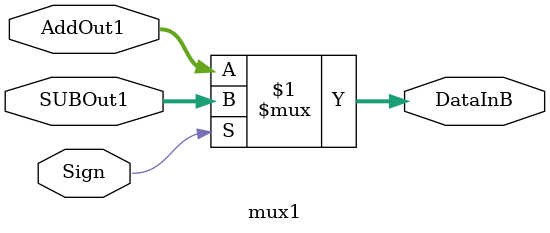
<source format=v>
module mux1(input  [7:0]  AddOut1,
	    input  [7:0]  SUBOut1,
	    input  Sign,
	    output [7:0] DataInB);

assign DataInB= Sign ? SUBOut1 : AddOut1;

endmodule

</source>
